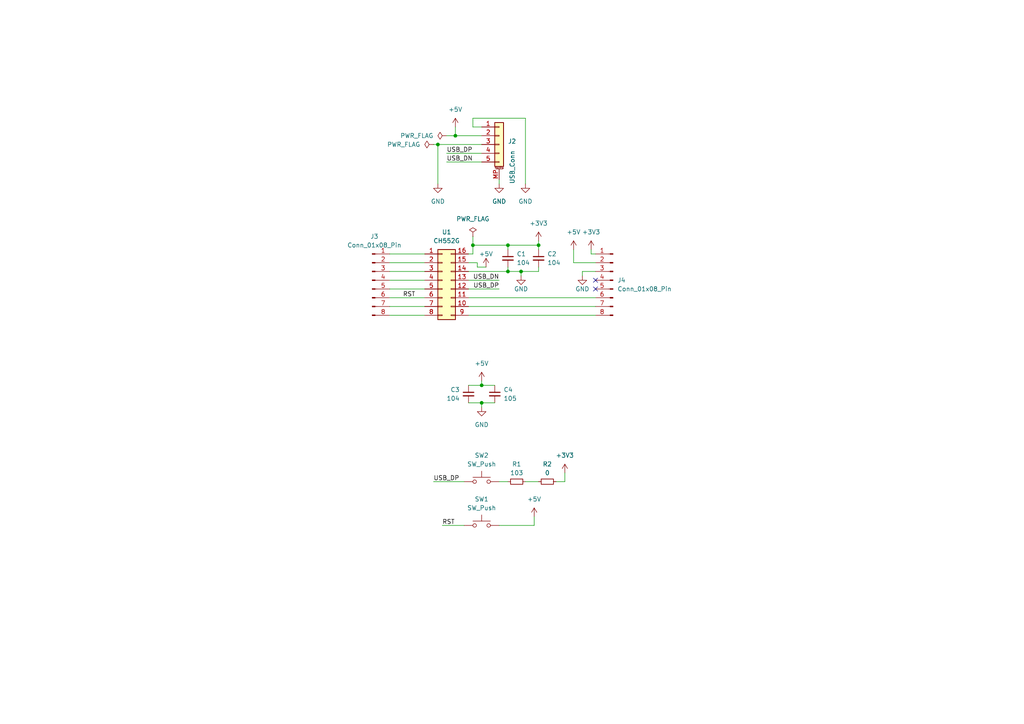
<source format=kicad_sch>
(kicad_sch (version 20230121) (generator eeschema)
  (paper "A4")
  (lib_symbols
    (symbol "Connector:Conn_01x08_Pin" (pin_names (offset 1.016) hide)
      (property "Reference" "J" (at 0 10.16 0))
      (property "Value" "Conn_01x08_Pin" (at 0 -12.7 0))
      (symbol "Conn_01x08_Pin_1_1"
        (polyline (pts (xy 1.27 -10.16) (xy 0.8636 -10.16)) (stroke (width 0.1524)))
        (polyline (pts (xy 1.27 -7.62) (xy 0.8636 -7.62)) (stroke (width 0.1524)))
        (polyline (pts (xy 1.27 -5.08) (xy 0.8636 -5.08)) (stroke (width 0.1524)))
        (polyline (pts (xy 1.27 -2.54) (xy 0.8636 -2.54)) (stroke (width 0.1524)))
        (polyline (pts (xy 1.27 0) (xy 0.8636 0)) (stroke (width 0.1524)))
        (polyline (pts (xy 1.27 2.54) (xy 0.8636 2.54)) (stroke (width 0.1524)))
        (polyline (pts (xy 1.27 5.08) (xy 0.8636 5.08)) (stroke (width 0.1524)))
        (polyline (pts (xy 1.27 7.62) (xy 0.8636 7.62)) (stroke (width 0.1524)))
        (rectangle (start 0.8636 -10.033) (end 0 -10.287) (stroke (width 0.1524)) (fill (type outline)))
        (rectangle (start 0.8636 -7.493) (end 0 -7.747) (stroke (width 0.1524)) (fill (type outline)))
        (rectangle (start 0.8636 -4.953) (end 0 -5.207) (stroke (width 0.1524)) (fill (type outline)))
        (rectangle (start 0.8636 -2.413) (end 0 -2.667) (stroke (width 0.1524)) (fill (type outline)))
        (rectangle (start 0.8636 0.127) (end 0 -0.127) (stroke (width 0.1524)) (fill (type outline)))
        (rectangle (start 0.8636 2.667) (end 0 2.413) (stroke (width 0.1524)) (fill (type outline)))
        (rectangle (start 0.8636 5.207) (end 0 4.953) (stroke (width 0.1524)) (fill (type outline)))
        (rectangle (start 0.8636 7.747) (end 0 7.493) (stroke (width 0.1524)) (fill (type outline)))
        (pin passive line (at 5.08 7.62 180) (length 3.81) (name "Pin_1") (number "1"))
        (pin passive line (at 5.08 5.08 180) (length 3.81) (name "Pin_2") (number "2"))
        (pin passive line (at 5.08 2.54 180) (length 3.81) (name "Pin_3") (number "3"))
        (pin passive line (at 5.08 0 180) (length 3.81) (name "Pin_4") (number "4"))
        (pin passive line (at 5.08 -2.54 180) (length 3.81) (name "Pin_5") (number "5"))
        (pin passive line (at 5.08 -5.08 180) (length 3.81) (name "Pin_6") (number "6"))
        (pin passive line (at 5.08 -7.62 180) (length 3.81) (name "Pin_7") (number "7"))
        (pin passive line (at 5.08 -10.16 180) (length 3.81) (name "Pin_8") (number "8"))
      )
    )
    (symbol "Connector_Generic:Conn_02x08_Counter_Clockwise" (pin_names (offset 1.016) hide)
      (property "Reference" "J" (at 1.27 10.16 0))
      (property "Value" "Conn_02x08_Counter_Clockwise" (at 1.27 -12.7 0))
      (symbol "Conn_02x08_Counter_Clockwise_1_1"
        (rectangle (start -1.27 -10.033) (end 0 -10.287) (stroke (width 0.1524)))
        (rectangle (start -1.27 -7.493) (end 0 -7.747) (stroke (width 0.1524)))
        (rectangle (start -1.27 -4.953) (end 0 -5.207) (stroke (width 0.1524)))
        (rectangle (start -1.27 -2.413) (end 0 -2.667) (stroke (width 0.1524)))
        (rectangle (start -1.27 0.127) (end 0 -0.127) (stroke (width 0.1524)))
        (rectangle (start -1.27 2.667) (end 0 2.413) (stroke (width 0.1524)))
        (rectangle (start -1.27 5.207) (end 0 4.953) (stroke (width 0.1524)))
        (rectangle (start -1.27 7.747) (end 0 7.493) (stroke (width 0.1524)))
        (rectangle (start -1.27 8.89) (end 3.81 -11.43) (stroke (width 0.254)) (fill (type background)))
        (rectangle (start 3.81 -10.033) (end 2.54 -10.287) (stroke (width 0.1524)))
        (rectangle (start 3.81 -7.493) (end 2.54 -7.747) (stroke (width 0.1524)))
        (rectangle (start 3.81 -4.953) (end 2.54 -5.207) (stroke (width 0.1524)))
        (rectangle (start 3.81 -2.413) (end 2.54 -2.667) (stroke (width 0.1524)))
        (rectangle (start 3.81 0.127) (end 2.54 -0.127) (stroke (width 0.1524)))
        (rectangle (start 3.81 2.667) (end 2.54 2.413) (stroke (width 0.1524)))
        (rectangle (start 3.81 5.207) (end 2.54 4.953) (stroke (width 0.1524)))
        (rectangle (start 3.81 7.747) (end 2.54 7.493) (stroke (width 0.1524)))
        (pin passive line (at -5.08 7.62 0) (length 3.81) (name "Pin_1") (number "1"))
        (pin passive line (at 7.62 -7.62 180) (length 3.81) (name "Pin_10") (number "10"))
        (pin passive line (at 7.62 -5.08 180) (length 3.81) (name "Pin_11") (number "11"))
        (pin passive line (at 7.62 -2.54 180) (length 3.81) (name "Pin_12") (number "12"))
        (pin passive line (at 7.62 0 180) (length 3.81) (name "Pin_13") (number "13"))
        (pin passive line (at 7.62 2.54 180) (length 3.81) (name "Pin_14") (number "14"))
        (pin passive line (at 7.62 5.08 180) (length 3.81) (name "Pin_15") (number "15"))
        (pin passive line (at 7.62 7.62 180) (length 3.81) (name "Pin_16") (number "16"))
        (pin passive line (at -5.08 5.08 0) (length 3.81) (name "Pin_2") (number "2"))
        (pin passive line (at -5.08 2.54 0) (length 3.81) (name "Pin_3") (number "3"))
        (pin passive line (at -5.08 0 0) (length 3.81) (name "Pin_4") (number "4"))
        (pin passive line (at -5.08 -2.54 0) (length 3.81) (name "Pin_5") (number "5"))
        (pin passive line (at -5.08 -5.08 0) (length 3.81) (name "Pin_6") (number "6"))
        (pin passive line (at -5.08 -7.62 0) (length 3.81) (name "Pin_7") (number "7"))
        (pin passive line (at -5.08 -10.16 0) (length 3.81) (name "Pin_8") (number "8"))
        (pin passive line (at 7.62 -10.16 180) (length 3.81) (name "Pin_9") (number "9"))
      )
    )
    (symbol "Connector_Generic_MountingPin:Conn_01x05_MountingPin" (pin_names (offset 1.016) hide)
      (property "Reference" "J" (at 0 7.62 0))
      (property "Value" "Conn_01x05_MountingPin" (at 1.27 -7.62 0))
      (symbol "Conn_01x05_MountingPin_1_1"
        (rectangle (start -1.27 -4.953) (end 0 -5.207) (stroke (width 0.1524)))
        (rectangle (start -1.27 -2.413) (end 0 -2.667) (stroke (width 0.1524)))
        (rectangle (start -1.27 0.127) (end 0 -0.127) (stroke (width 0.1524)))
        (rectangle (start -1.27 2.667) (end 0 2.413) (stroke (width 0.1524)))
        (rectangle (start -1.27 5.207) (end 0 4.953) (stroke (width 0.1524)))
        (rectangle (start -1.27 6.35) (end 1.27 -6.35) (stroke (width 0.254)) (fill (type background)))
        (polyline (pts (xy -1.016 -7.112) (xy 1.016 -7.112)) (stroke (width 0.1524)))
        (text "Mounting" (at 0 -6.731 0) (effects (font (size 0.381 0.381))))
        (pin passive line (at -5.08 5.08 0) (length 3.81) (name "Pin_1") (number "1"))
        (pin passive line (at -5.08 2.54 0) (length 3.81) (name "Pin_2") (number "2"))
        (pin passive line (at -5.08 0 0) (length 3.81) (name "Pin_3") (number "3"))
        (pin passive line (at -5.08 -2.54 0) (length 3.81) (name "Pin_4") (number "4"))
        (pin passive line (at -5.08 -5.08 0) (length 3.81) (name "Pin_5") (number "5"))
        (pin passive line (at 0 -10.16 90) (length 3.048) (name "MountPin") (number "MP"))
      )
    )
    (symbol "Device:C_Small" (pin_numbers hide) (pin_names (offset 0.254) hide)
      (property "Reference" "C" (at 0.254 1.778 0))
      (property "Value" "C_Small" (at 0.254 -2.032 0))
      (symbol "C_Small_0_1"
        (polyline (pts (xy -1.524 -0.508) (xy 1.524 -0.508)) (stroke (width 0.3302)))
        (polyline (pts (xy -1.524 0.508) (xy 1.524 0.508)) (stroke (width 0.3048)))
      )
      (symbol "C_Small_1_1"
        (pin passive line (at 0 2.54 270) (length 2.032) (name "~") (number "1"))
        (pin passive line (at 0 -2.54 90) (length 2.032) (name "~") (number "2"))
      )
    )
    (symbol "Device:R_Small" (pin_numbers hide) (pin_names (offset 0.254) hide)
      (property "Reference" "R" (at 0.762 0.508 0))
      (property "Value" "R_Small" (at 0.762 -1.016 0))
      (symbol "R_Small_0_1"
        (rectangle (start -0.762 1.778) (end 0.762 -1.778) (stroke (width 0.2032)))
      )
      (symbol "R_Small_1_1"
        (pin passive line (at 0 2.54 270) (length 0.762) (name "~") (number "1"))
        (pin passive line (at 0 -2.54 90) (length 0.762) (name "~") (number "2"))
      )
    )
    (symbol "Switch:SW_Push" (pin_numbers hide) (pin_names (offset 1.016) hide)
      (property "Reference" "SW" (at 1.27 2.54 0))
      (property "Value" "SW_Push" (at 0 -1.524 0))
      (symbol "SW_Push_0_1"
        (circle (center -2.032 0) (radius 0.508))
        (polyline (pts (xy 0 1.27) (xy 0 3.048)))
        (polyline (pts (xy 2.54 1.27) (xy -2.54 1.27)))
        (circle (center 2.032 0) (radius 0.508))
        (pin passive line (at -5.08 0 0) (length 2.54) (name "1") (number "1"))
        (pin passive line (at 5.08 0 180) (length 2.54) (name "2") (number "2"))
      )
    )
    (symbol "power:+3V3" (power) (pin_names (offset 0))
      (property "Value" "+3V3" (at 0 3.556 0))
      (symbol "+3V3_0_1"
        (polyline (pts (xy -0.762 1.27) (xy 0 2.54)))
        (polyline (pts (xy 0 0) (xy 0 2.54)))
        (polyline (pts (xy 0 2.54) (xy 0.762 1.27)))
      )
      (symbol "+3V3_1_1"
        (pin power_in line (at 0 0 90) (length 0) hide (name "+3V3") (number "1"))
      )
    )
    (symbol "power:+5V" (power) (pin_names (offset 0))
      (property "Value" "+5V" (at 0 3.556 0))
      (symbol "+5V_0_1"
        (polyline (pts (xy -0.762 1.27) (xy 0 2.54)))
        (polyline (pts (xy 0 0) (xy 0 2.54)))
        (polyline (pts (xy 0 2.54) (xy 0.762 1.27)))
      )
      (symbol "+5V_1_1"
        (pin power_in line (at 0 0 90) (length 0) hide (name "+5V") (number "1"))
      )
    )
    (symbol "power:GND" (power) (pin_names (offset 0))
      (property "Value" "GND" (at 0 -3.81 0))
      (symbol "GND_0_1"
        (polyline (pts (xy 0 0) (xy 0 -1.27) (xy 1.27 -1.27) (xy 0 -2.54) (xy -1.27 -1.27) (xy 0 -1.27)))
      )
      (symbol "GND_1_1"
        (pin power_in line (at 0 0 270) (length 0) hide (name "GND") (number "1"))
      )
    )
    (symbol "power:PWR_FLAG" (power) (pin_numbers hide) (pin_names (offset 0) hide)
      (property "Value" "PWR_FLAG" (at 0 3.81 0))
      (symbol "PWR_FLAG_0_0"
        (pin power_out line (at 0 0 90) (length 0) (name "pwr") (number "1"))
      )
      (symbol "PWR_FLAG_0_1"
        (polyline (pts (xy 0 0) (xy 0 1.27) (xy -1.016 1.905) (xy 0 2.54) (xy 1.016 1.905) (xy 0 1.27)))
      )
    )
  )
  (junction (at 147.32 78.74))
  (junction (at 139.7 116.84))
  (junction (at 151.13 78.74))
  (junction (at 139.7 111.76))
  (junction (at 147.32 71.12))
  (junction (at 127 41.91))
  (junction (at 156.21 71.12))
  (junction (at 132.08 39.37))
  (junction (at 137.16 71.12))
  (no_connect (at 172.72 83.82))
  (no_connect (at 172.72 81.28))
  (wire (pts (xy 172.72 78.74) (xy 168.91 78.74)))
  (wire (pts (xy 137.16 73.66) (xy 137.16 71.12)))
  (wire (pts (xy 163.83 137.16) (xy 163.83 139.7)))
  (wire (pts (xy 135.89 78.74) (xy 147.32 78.74)))
  (wire (pts (xy 152.4 34.29) (xy 152.4 53.34)))
  (wire (pts (xy 135.89 111.76) (xy 139.7 111.76)))
  (wire (pts (xy 137.16 34.29) (xy 152.4 34.29)))
  (wire (pts (xy 154.94 149.86) (xy 154.94 152.4)))
  (wire (pts (xy 138.43 77.47) (xy 140.97 77.47)))
  (wire (pts (xy 137.16 36.83) (xy 137.16 34.29)))
  (wire (pts (xy 129.54 39.37) (xy 132.08 39.37)))
  (wire (pts (xy 138.43 76.2) (xy 135.89 76.2)))
  (wire (pts (xy 132.08 39.37) (xy 139.7 39.37)))
  (wire (pts (xy 139.7 111.76) (xy 139.7 110.49)))
  (wire (pts (xy 144.78 52.07) (xy 144.78 53.34)))
  (wire (pts (xy 128.27 152.4) (xy 134.62 152.4)))
  (wire (pts (xy 156.21 72.39) (xy 156.21 71.12)))
  (wire (pts (xy 113.03 91.44) (xy 123.19 91.44)))
  (wire (pts (xy 139.7 111.76) (xy 143.51 111.76)))
  (wire (pts (xy 125.73 139.7) (xy 134.62 139.7)))
  (wire (pts (xy 168.91 78.74) (xy 168.91 80.01)))
  (wire (pts (xy 139.7 36.83) (xy 137.16 36.83)))
  (wire (pts (xy 113.03 76.2) (xy 123.19 76.2)))
  (wire (pts (xy 137.16 71.12) (xy 147.32 71.12)))
  (wire (pts (xy 152.4 139.7) (xy 156.21 139.7)))
  (wire (pts (xy 132.08 36.83) (xy 132.08 39.37)))
  (wire (pts (xy 129.54 46.99) (xy 139.7 46.99)))
  (wire (pts (xy 135.89 91.44) (xy 172.72 91.44)))
  (wire (pts (xy 172.72 76.2) (xy 166.37 76.2)))
  (wire (pts (xy 137.16 73.66) (xy 135.89 73.66)))
  (wire (pts (xy 147.32 71.12) (xy 156.21 71.12)))
  (wire (pts (xy 144.78 139.7) (xy 147.32 139.7)))
  (wire (pts (xy 139.7 41.91) (xy 127 41.91)))
  (wire (pts (xy 113.03 88.9) (xy 123.19 88.9)))
  (wire (pts (xy 113.03 73.66) (xy 123.19 73.66)))
  (wire (pts (xy 113.03 83.82) (xy 123.19 83.82)))
  (wire (pts (xy 147.32 72.39) (xy 147.32 71.12)))
  (wire (pts (xy 135.89 86.36) (xy 172.72 86.36)))
  (wire (pts (xy 129.54 44.45) (xy 139.7 44.45)))
  (wire (pts (xy 171.45 72.39) (xy 171.45 73.66)))
  (wire (pts (xy 151.13 78.74) (xy 156.21 78.74)))
  (wire (pts (xy 135.89 88.9) (xy 172.72 88.9)))
  (wire (pts (xy 172.72 73.66) (xy 171.45 73.66)))
  (wire (pts (xy 138.43 77.47) (xy 138.43 76.2)))
  (wire (pts (xy 127 41.91) (xy 127 53.34)))
  (wire (pts (xy 156.21 77.47) (xy 156.21 78.74)))
  (wire (pts (xy 135.89 83.82) (xy 144.78 83.82)))
  (wire (pts (xy 135.89 81.28) (xy 144.78 81.28)))
  (wire (pts (xy 113.03 81.28) (xy 123.19 81.28)))
  (wire (pts (xy 139.7 116.84) (xy 143.51 116.84)))
  (wire (pts (xy 137.16 68.58) (xy 137.16 71.12)))
  (wire (pts (xy 156.21 69.85) (xy 156.21 71.12)))
  (wire (pts (xy 125.73 41.91) (xy 127 41.91)))
  (wire (pts (xy 161.29 139.7) (xy 163.83 139.7)))
  (wire (pts (xy 166.37 76.2) (xy 166.37 72.39)))
  (wire (pts (xy 147.32 77.47) (xy 147.32 78.74)))
  (wire (pts (xy 113.03 86.36) (xy 123.19 86.36)))
  (wire (pts (xy 147.32 78.74) (xy 151.13 78.74)))
  (wire (pts (xy 144.78 152.4) (xy 154.94 152.4)))
  (wire (pts (xy 113.03 78.74) (xy 123.19 78.74)))
  (wire (pts (xy 139.7 118.11) (xy 139.7 116.84)))
  (wire (pts (xy 151.13 80.01) (xy 151.13 78.74)))
  (wire (pts (xy 139.7 116.84) (xy 135.89 116.84)))
  (label "RST" (at 128.27 152.4 0))
  (label "USB_DN" (at 144.78 81.28 180))
  (label "USB_DP" (at 129.54 44.45 0))
  (label "RST" (at 116.84 86.36 0))
  (label "USB_DP" (at 125.73 139.7 0))
  (label "USB_DP" (at 144.78 83.82 180))
  (label "USB_DN" (at 129.54 46.99 0))
  (symbol (lib_id "Switch:SW_Push") (at 139.7 139.7 0) (unit 1)
    (property "Reference" "SW2" (at 139.7 132.08 0))
    (property "Value" "SW_Push" (at 139.7 134.62 0))
    (property "Footprint" "Button_Switch_THT:SW_PUSH_6mm" (effects hide))
  )
  (symbol (lib_id "power:+5V") (at 166.37 72.39 0) (unit 1)
    (property "Reference" "#PWR013" (effects hide))
    (property "Value" "+5V" (at 166.37 67.31 0))
  )
  (symbol (lib_id "Device:C_Small") (at 135.89 114.3 0) (mirror y) (unit 1)
    (property "Reference" "C3" (at 133.35 113.0363 0) (effects (justify left)))
    (property "Value" "104" (at 133.35 115.5763 0) (effects (justify left)))
    (property "Footprint" "Capacitor_SMD:C_0603_1608Metric" (effects hide))
  )
  (symbol (lib_id "power:GND") (at 151.13 80.01 0) (unit 1)
    (property "Reference" "#PWR04" (effects hide))
    (property "Value" "GND" (at 151.13 83.82 0))
  )
  (symbol (lib_id "Device:C_Small") (at 143.51 114.3 0) (unit 1)
    (property "Reference" "C4" (at 146.05 113.0363 0) (effects (justify left)))
    (property "Value" "105" (at 146.05 115.5763 0) (effects (justify left)))
    (property "Footprint" "Capacitor_SMD:C_0805_2012Metric" (effects hide))
  )
  (symbol (lib_id "Connector:Conn_01x08_Pin") (at 177.8 81.28 0) (mirror y) (unit 1)
    (property "Reference" "J4" (at 179.07 81.28 0) (effects (justify right)))
    (property "Value" "Conn_01x08_Pin" (at 179.07 83.82 0) (effects (justify right)))
    (property "Footprint" "Connector_PinHeader_2.54mm:PinHeader_1x08_P2.54mm_Vertical" (effects hide))
  )
  (symbol (lib_id "power:+5V") (at 140.97 77.47 0) (unit 1)
    (property "Reference" "#PWR05" (effects hide))
    (property "Value" "+5V" (at 140.97 73.66 0))
  )
  (symbol (lib_id "Device:R_Small") (at 158.75 139.7 90) (unit 1)
    (property "Reference" "R2" (at 158.75 134.62 90))
    (property "Value" "0" (at 158.75 137.16 90))
    (property "Footprint" "Resistor_SMD:R_0603_1608Metric" (effects hide))
  )
  (symbol (lib_id "power:GND") (at 168.91 80.01 0) (unit 1)
    (property "Reference" "#PWR011" (effects hide))
    (property "Value" "GND" (at 168.91 83.82 0))
  )
  (symbol (lib_id "Connector:Conn_01x08_Pin") (at 107.95 81.28 0) (unit 1)
    (property "Reference" "J3" (at 108.585 68.58 0))
    (property "Value" "Conn_01x08_Pin" (at 108.585 71.12 0))
    (property "Footprint" "Connector_PinHeader_2.54mm:PinHeader_1x08_P2.54mm_Vertical" (effects hide))
  )
  (symbol (lib_id "Device:C_Small") (at 147.32 74.93 0) (unit 1)
    (property "Reference" "C1" (at 149.86 73.6663 0) (effects (justify left)))
    (property "Value" "104" (at 149.86 76.2063 0) (effects (justify left)))
    (property "Footprint" "Capacitor_SMD:C_0603_1608Metric" (effects hide))
  )
  (symbol (lib_id "power:GND") (at 144.78 53.34 0) (unit 1)
    (property "Reference" "#PWR014" (effects hide))
    (property "Value" "GND" (at 144.78 58.42 0))
  )
  (symbol (lib_id "Connector_Generic_MountingPin:Conn_01x05_MountingPin") (at 144.78 41.91 0) (unit 1)
    (property "Reference" "J2" (at 147.32 40.9956 0) (effects (justify left)))
    (property "Value" "USB_Conn" (at 148.59 53.34 90) (effects (justify left)))
    (property "Footprint" "Connector_JST:JST_PH_S5B-PH-SM4-TB_1x05-1MP_P2.00mm_Horizontal" (effects hide))
  )
  (symbol (lib_id "power:GND") (at 139.7 118.11 0) (unit 1)
    (property "Reference" "#PWR010" (effects hide))
    (property "Value" "GND" (at 139.7 123.19 0))
  )
  (symbol (lib_id "Device:C_Small") (at 156.21 74.93 0) (unit 1)
    (property "Reference" "C2" (at 158.75 73.6663 0) (effects (justify left)))
    (property "Value" "104" (at 158.75 76.2063 0) (effects (justify left)))
    (property "Footprint" "Capacitor_SMD:C_0603_1608Metric" (effects hide))
  )
  (symbol (lib_id "power:+5V") (at 132.08 36.83 0) (unit 1)
    (property "Reference" "#PWR01" (effects hide))
    (property "Value" "+5V" (at 132.08 31.75 0))
  )
  (symbol (lib_id "Device:R_Small") (at 149.86 139.7 90) (unit 1)
    (property "Reference" "R1" (at 149.86 134.62 90))
    (property "Value" "103" (at 149.86 137.16 90))
    (property "Footprint" "Resistor_SMD:R_0603_1608Metric" (effects hide))
  )
  (symbol (lib_id "power:PWR_FLAG") (at 125.73 41.91 90) (unit 1)
    (property "Reference" "#FLG02" (effects hide))
    (property "Value" "PWR_FLAG" (at 121.92 41.91 90) (effects (justify left)))
  )
  (symbol (lib_id "power:+5V") (at 139.7 110.49 0) (unit 1)
    (property "Reference" "#PWR09" (effects hide))
    (property "Value" "+5V" (at 139.7 105.41 0))
  )
  (symbol (lib_id "power:+5V") (at 154.94 149.86 0) (unit 1)
    (property "Reference" "#PWR08" (effects hide))
    (property "Value" "+5V" (at 154.94 144.78 0))
  )
  (symbol (lib_id "power:+3V3") (at 163.83 137.16 0) (unit 1)
    (property "Reference" "#PWR07" (effects hide))
    (property "Value" "+3V3" (at 163.83 132.08 0))
  )
  (symbol (lib_id "Connector_Generic:Conn_02x08_Counter_Clockwise") (at 128.27 81.28 0) (unit 1)
    (property "Reference" "U1" (at 129.54 67.31 0))
    (property "Value" "CH552G" (at 129.54 69.85 0))
    (property "Footprint" "Package_SO:SOIC-16_3.9x9.9mm_P1.27mm" (effects hide))
  )
  (symbol (lib_id "Switch:SW_Push") (at 139.7 152.4 0) (unit 1)
    (property "Reference" "SW1" (at 139.7 144.78 0))
    (property "Value" "SW_Push" (at 139.7 147.32 0))
    (property "Footprint" "Button_Switch_THT:SW_PUSH_6mm" (effects hide))
  )
  (symbol (lib_id "power:PWR_FLAG") (at 137.16 68.58 0) (unit 1)
    (property "Reference" "#FLG03" (effects hide))
    (property "Value" "PWR_FLAG" (at 137.16 63.5 0))
  )
  (symbol (lib_id "power:GND") (at 152.4 53.34 0) (unit 1)
    (property "Reference" "#PWR02" (effects hide))
    (property "Value" "GND" (at 152.4 58.42 0))
  )
  (symbol (lib_id "power:+3V3") (at 156.21 69.85 0) (unit 1)
    (property "Reference" "#PWR06" (effects hide))
    (property "Value" "+3V3" (at 156.21 64.77 0))
  )
  (symbol (lib_id "power:+3V3") (at 171.45 72.39 0) (unit 1)
    (property "Reference" "#PWR012" (effects hide))
    (property "Value" "+3V3" (at 171.45 67.31 0))
  )
  (symbol (lib_id "power:PWR_FLAG") (at 129.54 39.37 90) (unit 1)
    (property "Reference" "#FLG01" (effects hide))
    (property "Value" "PWR_FLAG" (at 125.73 39.37 90) (effects (justify left)))
  )
  (symbol (lib_id "power:GND") (at 127 53.34 0) (unit 1)
    (property "Reference" "#PWR03" (effects hide))
    (property "Value" "GND" (at 127 58.42 0))
  )
)
</source>
